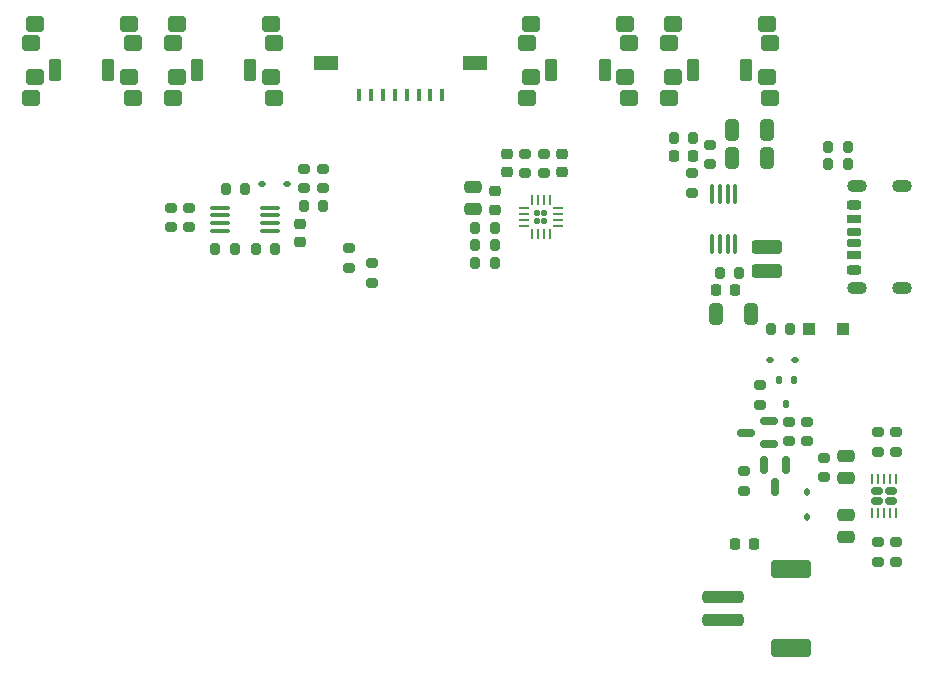
<source format=gbp>
G04 #@! TF.GenerationSoftware,KiCad,Pcbnew,8.0.4*
G04 #@! TF.CreationDate,2025-03-14T20:27:19-07:00*
G04 #@! TF.ProjectId,mintypcb,6d696e74-7970-4636-922e-6b696361645f,2*
G04 #@! TF.SameCoordinates,Original*
G04 #@! TF.FileFunction,Paste,Bot*
G04 #@! TF.FilePolarity,Positive*
%FSLAX46Y46*%
G04 Gerber Fmt 4.6, Leading zero omitted, Abs format (unit mm)*
G04 Created by KiCad (PCBNEW 8.0.4) date 2025-03-14 20:27:19*
%MOMM*%
%LPD*%
G01*
G04 APERTURE LIST*
G04 Aperture macros list*
%AMRoundRect*
0 Rectangle with rounded corners*
0 $1 Rounding radius*
0 $2 $3 $4 $5 $6 $7 $8 $9 X,Y pos of 4 corners*
0 Add a 4 corners polygon primitive as box body*
4,1,4,$2,$3,$4,$5,$6,$7,$8,$9,$2,$3,0*
0 Add four circle primitives for the rounded corners*
1,1,$1+$1,$2,$3*
1,1,$1+$1,$4,$5*
1,1,$1+$1,$6,$7*
1,1,$1+$1,$8,$9*
0 Add four rect primitives between the rounded corners*
20,1,$1+$1,$2,$3,$4,$5,0*
20,1,$1+$1,$4,$5,$6,$7,0*
20,1,$1+$1,$6,$7,$8,$9,0*
20,1,$1+$1,$8,$9,$2,$3,0*%
G04 Aperture macros list end*
%ADD10RoundRect,0.175000X-0.425000X0.175000X-0.425000X-0.175000X0.425000X-0.175000X0.425000X0.175000X0*%
%ADD11RoundRect,0.190000X0.410000X-0.190000X0.410000X0.190000X-0.410000X0.190000X-0.410000X-0.190000X0*%
%ADD12RoundRect,0.200000X0.400000X-0.200000X0.400000X0.200000X-0.400000X0.200000X-0.400000X-0.200000X0*%
%ADD13RoundRect,0.175000X0.425000X-0.175000X0.425000X0.175000X-0.425000X0.175000X-0.425000X-0.175000X0*%
%ADD14RoundRect,0.190000X-0.410000X0.190000X-0.410000X-0.190000X0.410000X-0.190000X0.410000X0.190000X0*%
%ADD15RoundRect,0.200000X-0.400000X0.200000X-0.400000X-0.200000X0.400000X-0.200000X0.400000X0.200000X0*%
%ADD16O,1.700000X1.100000*%
%ADD17RoundRect,0.200000X0.200000X0.275000X-0.200000X0.275000X-0.200000X-0.275000X0.200000X-0.275000X0*%
%ADD18RoundRect,0.112500X-0.187500X-0.112500X0.187500X-0.112500X0.187500X0.112500X-0.187500X0.112500X0*%
%ADD19RoundRect,0.225000X0.225000X0.250000X-0.225000X0.250000X-0.225000X-0.250000X0.225000X-0.250000X0*%
%ADD20RoundRect,0.100000X0.712500X0.100000X-0.712500X0.100000X-0.712500X-0.100000X0.712500X-0.100000X0*%
%ADD21RoundRect,0.200000X-0.200000X-0.275000X0.200000X-0.275000X0.200000X0.275000X-0.200000X0.275000X0*%
%ADD22RoundRect,0.200000X0.275000X-0.200000X0.275000X0.200000X-0.275000X0.200000X-0.275000X-0.200000X0*%
%ADD23RoundRect,0.250000X0.475000X-0.250000X0.475000X0.250000X-0.475000X0.250000X-0.475000X-0.250000X0*%
%ADD24RoundRect,0.200000X-0.275000X0.200000X-0.275000X-0.200000X0.275000X-0.200000X0.275000X0.200000X0*%
%ADD25RoundRect,0.200000X0.550000X0.450000X-0.550000X0.450000X-0.550000X-0.450000X0.550000X-0.450000X0*%
%ADD26RoundRect,0.260000X-0.515000X-0.390000X0.515000X-0.390000X0.515000X0.390000X-0.515000X0.390000X0*%
%ADD27RoundRect,0.200000X0.300000X0.750000X-0.300000X0.750000X-0.300000X-0.750000X0.300000X-0.750000X0*%
%ADD28RoundRect,0.250000X-0.475000X0.250000X-0.475000X-0.250000X0.475000X-0.250000X0.475000X0.250000X0*%
%ADD29RoundRect,0.225000X-0.250000X0.225000X-0.250000X-0.225000X0.250000X-0.225000X0.250000X0.225000X0*%
%ADD30RoundRect,0.250000X-1.500000X0.250000X-1.500000X-0.250000X1.500000X-0.250000X1.500000X0.250000X0*%
%ADD31RoundRect,0.250001X-1.449999X0.499999X-1.449999X-0.499999X1.449999X-0.499999X1.449999X0.499999X0*%
%ADD32RoundRect,0.250000X0.325000X0.650000X-0.325000X0.650000X-0.325000X-0.650000X0.325000X-0.650000X0*%
%ADD33RoundRect,0.235000X1.040000X-0.352500X1.040000X0.352500X-1.040000X0.352500X-1.040000X-0.352500X0*%
%ADD34RoundRect,0.250000X-0.325000X-0.650000X0.325000X-0.650000X0.325000X0.650000X-0.325000X0.650000X0*%
%ADD35RoundRect,0.112500X-0.112500X-0.237500X0.112500X-0.237500X0.112500X0.237500X-0.112500X0.237500X0*%
%ADD36RoundRect,0.100000X0.100000X-0.712500X0.100000X0.712500X-0.100000X0.712500X-0.100000X-0.712500X0*%
%ADD37RoundRect,0.112500X-0.112500X0.187500X-0.112500X-0.187500X0.112500X-0.187500X0.112500X0.187500X0*%
%ADD38RoundRect,0.218750X0.218750X0.256250X-0.218750X0.256250X-0.218750X-0.256250X0.218750X-0.256250X0*%
%ADD39RoundRect,0.160000X-0.315000X0.160000X-0.315000X-0.160000X0.315000X-0.160000X0.315000X0.160000X0*%
%ADD40RoundRect,0.062500X-0.062500X0.350000X-0.062500X-0.350000X0.062500X-0.350000X0.062500X0.350000X0*%
%ADD41RoundRect,0.150000X-0.150000X0.587500X-0.150000X-0.587500X0.150000X-0.587500X0.150000X0.587500X0*%
%ADD42R,0.400000X1.000000*%
%ADD43R,2.000000X1.300000*%
%ADD44RoundRect,0.150000X0.587500X0.150000X-0.587500X0.150000X-0.587500X-0.150000X0.587500X-0.150000X0*%
%ADD45RoundRect,0.125000X0.125000X-0.125000X0.125000X0.125000X-0.125000X0.125000X-0.125000X-0.125000X0*%
%ADD46RoundRect,0.062500X0.062500X-0.350000X0.062500X0.350000X-0.062500X0.350000X-0.062500X-0.350000X0*%
%ADD47RoundRect,0.062500X0.350000X-0.062500X0.350000X0.062500X-0.350000X0.062500X-0.350000X-0.062500X0*%
%ADD48RoundRect,0.225000X0.250000X-0.225000X0.250000X0.225000X-0.250000X0.225000X-0.250000X-0.225000X0*%
%ADD49RoundRect,0.250000X-0.300000X-0.300000X0.300000X-0.300000X0.300000X0.300000X-0.300000X0.300000X0*%
G04 APERTURE END LIST*
D10*
X131875001Y-69180000D03*
D11*
X131875000Y-71200000D03*
D12*
X131875000Y-72430000D03*
D13*
X131875001Y-70180000D03*
D14*
X131875000Y-68160000D03*
D15*
X131875000Y-66930000D03*
D16*
X132125000Y-65360000D03*
X135925000Y-65360000D03*
X132125000Y-74000000D03*
X135925000Y-74000000D03*
D17*
X79425000Y-70650001D03*
X77775000Y-70650001D03*
D18*
X81750000Y-65150000D03*
X83850000Y-65150000D03*
D19*
X118200000Y-62800000D03*
X116650000Y-62800000D03*
D20*
X82443750Y-67150001D03*
X82443750Y-67800001D03*
X82443750Y-68450001D03*
X82443750Y-69100001D03*
X78218750Y-69100001D03*
X78218750Y-68450001D03*
X78218750Y-67800001D03*
X78218750Y-67150001D03*
D21*
X99825000Y-70350001D03*
X101475000Y-70350001D03*
D22*
X104012500Y-64225000D03*
X104012500Y-62575000D03*
X135400000Y-97137500D03*
X135400000Y-95487500D03*
X129310000Y-89975000D03*
X129310000Y-88325000D03*
D23*
X131190000Y-95062499D03*
X131190000Y-93162501D03*
D24*
X118150000Y-64225000D03*
X118150000Y-65875000D03*
D25*
X112800000Y-57850000D03*
X112800000Y-53250000D03*
X104200000Y-57850000D03*
X104200000Y-53250000D03*
D26*
X112475000Y-51600000D03*
D27*
X106250000Y-55500000D03*
D26*
X104525000Y-51600000D03*
X112475000Y-56100000D03*
D27*
X110750000Y-55500000D03*
D26*
X104525000Y-56100000D03*
D28*
X131190000Y-88162500D03*
X131190000Y-90062498D03*
D29*
X107162500Y-62625000D03*
X107162500Y-64175000D03*
D17*
X101475000Y-71850000D03*
X99825000Y-71850000D03*
D25*
X70800000Y-57850000D03*
X70800000Y-53250000D03*
X62200000Y-57850000D03*
X62200000Y-53250000D03*
D26*
X70475000Y-51600000D03*
D27*
X64250000Y-55500000D03*
D26*
X62525000Y-51600000D03*
X70475000Y-56100000D03*
D27*
X68750000Y-55500000D03*
D26*
X62525000Y-56100000D03*
D21*
X129675000Y-63500000D03*
X131325000Y-63500000D03*
D25*
X82800000Y-57850000D03*
X82800000Y-53250000D03*
X74200000Y-57850000D03*
X74200000Y-53250000D03*
D26*
X82475000Y-51600000D03*
D27*
X76250000Y-55500000D03*
D26*
X74525000Y-51600000D03*
X82475000Y-56100000D03*
D27*
X80750000Y-55500000D03*
D26*
X74525000Y-56100000D03*
D19*
X121775000Y-74150000D03*
X120225000Y-74150000D03*
D22*
X74081250Y-68825001D03*
X74081250Y-67175001D03*
D30*
X120750000Y-100100000D03*
X120750000Y-102100000D03*
D31*
X126500000Y-97750000D03*
X126500000Y-104450000D03*
D22*
X119650001Y-63475001D03*
X119650001Y-61825001D03*
D23*
X99650000Y-67299999D03*
X99650000Y-65400001D03*
D21*
X99825001Y-68850000D03*
X101475001Y-68850000D03*
D22*
X133900000Y-87837500D03*
X133900000Y-86187500D03*
D18*
X124750000Y-80050000D03*
X126850000Y-80050000D03*
D24*
X91050000Y-71875000D03*
X91050000Y-73525000D03*
D32*
X123175001Y-76200000D03*
X120224999Y-76200000D03*
D22*
X135400000Y-87837500D03*
X135400000Y-86187500D03*
D17*
X86925000Y-67000000D03*
X85275000Y-67000000D03*
D24*
X126350000Y-85275000D03*
X126350000Y-86925000D03*
D17*
X122175000Y-72650000D03*
X120525000Y-72650000D03*
D33*
X124500000Y-72537500D03*
X124500000Y-70462500D03*
D34*
X121575000Y-60600000D03*
X124525002Y-60600000D03*
D21*
X124825000Y-77450000D03*
X126475000Y-77450000D03*
D22*
X133900000Y-97137500D03*
X133900000Y-95487500D03*
X85300000Y-65525000D03*
X85300000Y-63875000D03*
D35*
X125500000Y-81750000D03*
X126800000Y-81750000D03*
X126150000Y-83750000D03*
D36*
X121825000Y-70262500D03*
X121175000Y-70262500D03*
X120525000Y-70262500D03*
X119875000Y-70262500D03*
X119875000Y-66037500D03*
X120525000Y-66037500D03*
X121175000Y-66037500D03*
X121825000Y-66037500D03*
D24*
X86900000Y-63875000D03*
X86900000Y-65525000D03*
D21*
X129675000Y-62000000D03*
X131325000Y-62000000D03*
D37*
X127900000Y-91250000D03*
X127900000Y-93350000D03*
D38*
X123375000Y-95600000D03*
X121800000Y-95600000D03*
D17*
X118250001Y-61300000D03*
X116600001Y-61300000D03*
D29*
X102512500Y-62625000D03*
X102512500Y-64175000D03*
D39*
X134990000Y-91167500D03*
X133810000Y-91167500D03*
X134990000Y-91957500D03*
X133810000Y-91957500D03*
D40*
X133400000Y-90125000D03*
X133900001Y-90125000D03*
X134400000Y-90125000D03*
X134899999Y-90125000D03*
X135400000Y-90125000D03*
X135400000Y-93000000D03*
X134899999Y-93000000D03*
X134400000Y-93000000D03*
X133900001Y-93000000D03*
X133400000Y-93000000D03*
D41*
X124250000Y-88912500D03*
X126150000Y-88912500D03*
X125200000Y-90787501D03*
D42*
X90000000Y-57600000D03*
X91000000Y-57600000D03*
X92000000Y-57600000D03*
X93000000Y-57600000D03*
X94000000Y-57600000D03*
X95000000Y-57600000D03*
X96000000Y-57600000D03*
X97000000Y-57600000D03*
D43*
X87200000Y-54900000D03*
X99800000Y-54900000D03*
D21*
X81225000Y-70650000D03*
X82875000Y-70650000D03*
D22*
X75581250Y-68825001D03*
X75581250Y-67175001D03*
D44*
X124637500Y-85250000D03*
X124637500Y-87150000D03*
X122762499Y-86200000D03*
D25*
X124800000Y-57850000D03*
X124800000Y-53250000D03*
X116200000Y-57850000D03*
X116200000Y-53250000D03*
D26*
X124475000Y-51600000D03*
D27*
X118250000Y-55500000D03*
D26*
X116525000Y-51600000D03*
X124475000Y-56100000D03*
D27*
X122750000Y-55500000D03*
D26*
X116525000Y-56100000D03*
D22*
X127900000Y-86925000D03*
X127900000Y-85275000D03*
D45*
X105040000Y-68259999D03*
X105660000Y-68259999D03*
X105040000Y-67639999D03*
X105660000Y-67639999D03*
D46*
X106100000Y-69387499D03*
X105600000Y-69387499D03*
X105100000Y-69387499D03*
X104600000Y-69387499D03*
D47*
X103912500Y-68699999D03*
X103912500Y-68199999D03*
X103912500Y-67699999D03*
X103912500Y-67199999D03*
D46*
X104600000Y-66512499D03*
X105100000Y-66512499D03*
X105600000Y-66512499D03*
X106100000Y-66512499D03*
D47*
X106787500Y-67199999D03*
X106787500Y-67699999D03*
X106787500Y-68199999D03*
X106787500Y-68699999D03*
D24*
X123925000Y-82175000D03*
X123925000Y-83825000D03*
X89150000Y-70575000D03*
X89150000Y-72225000D03*
D29*
X85000000Y-68525000D03*
X85000000Y-70075000D03*
D48*
X101450000Y-67324999D03*
X101450000Y-65774999D03*
D22*
X122550000Y-91125000D03*
X122550000Y-89475000D03*
D34*
X121574999Y-62950001D03*
X124525001Y-62950001D03*
D22*
X105662500Y-64225000D03*
X105662500Y-62575000D03*
D49*
X128100000Y-77450000D03*
X130900000Y-77450000D03*
D17*
X80325000Y-65600000D03*
X78675000Y-65600000D03*
M02*

</source>
